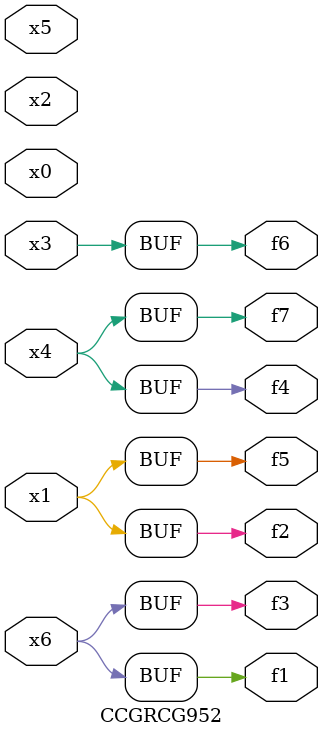
<source format=v>
module CCGRCG952(
	input x0, x1, x2, x3, x4, x5, x6,
	output f1, f2, f3, f4, f5, f6, f7
);
	assign f1 = x6;
	assign f2 = x1;
	assign f3 = x6;
	assign f4 = x4;
	assign f5 = x1;
	assign f6 = x3;
	assign f7 = x4;
endmodule

</source>
